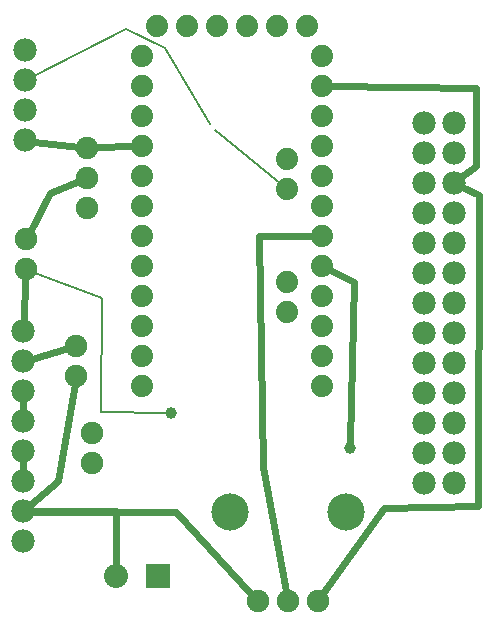
<source format=gbl>
G04 MADE WITH FRITZING*
G04 WWW.FRITZING.ORG*
G04 DOUBLE SIDED*
G04 HOLES PLATED*
G04 CONTOUR ON CENTER OF CONTOUR VECTOR*
%ASAXBY*%
%FSLAX23Y23*%
%MOIN*%
%OFA0B0*%
%SFA1.0B1.0*%
%ADD10C,0.074000*%
%ADD11C,0.078000*%
%ADD12C,0.074667*%
%ADD13C,0.074695*%
%ADD14C,0.124033*%
%ADD15C,0.075000*%
%ADD16C,0.039370*%
%ADD17C,0.080000*%
%ADD18R,0.080000X0.080000*%
%ADD19C,0.024000*%
%ADD20C,0.008000*%
%LNCOPPER0*%
G90*
G70*
G54D10*
X1098Y2093D03*
X998Y2093D03*
X898Y2093D03*
X798Y2093D03*
X698Y2093D03*
X598Y2093D03*
X1033Y1548D03*
X1033Y1648D03*
X1033Y1138D03*
X1033Y1238D03*
X1148Y1993D03*
X1148Y1893D03*
X1148Y1793D03*
X1148Y1693D03*
X1148Y1593D03*
X1148Y1493D03*
X1148Y1393D03*
X1148Y1293D03*
X1148Y1193D03*
X1148Y1093D03*
X1148Y993D03*
X1148Y893D03*
X548Y893D03*
X548Y993D03*
X548Y1093D03*
X548Y1193D03*
X548Y1293D03*
X548Y1393D03*
X548Y1493D03*
X548Y1593D03*
X548Y1693D03*
X548Y1793D03*
X548Y1893D03*
X548Y1993D03*
G54D11*
X159Y1711D03*
X159Y1811D03*
X159Y1911D03*
X159Y2011D03*
X159Y1711D03*
X159Y1811D03*
X159Y1911D03*
X159Y2011D03*
G54D12*
X1136Y176D03*
X1036Y176D03*
G54D13*
X936Y176D03*
G54D14*
X1230Y472D03*
X841Y472D03*
G54D12*
X1136Y176D03*
X1036Y176D03*
G54D13*
X936Y176D03*
G54D14*
X1230Y472D03*
X841Y472D03*
G54D15*
X366Y1687D03*
X366Y1587D03*
X366Y1487D03*
X329Y926D03*
X329Y1026D03*
X161Y1281D03*
X161Y1381D03*
X381Y735D03*
X381Y635D03*
G54D11*
X154Y1074D03*
X154Y974D03*
X154Y874D03*
X154Y774D03*
X154Y674D03*
X154Y574D03*
X154Y474D03*
X154Y374D03*
X1489Y1770D03*
X1489Y1670D03*
X1489Y1570D03*
X1489Y1470D03*
X1489Y1370D03*
X1489Y1270D03*
X1489Y1170D03*
X1489Y1070D03*
X1489Y970D03*
X1489Y870D03*
X1489Y770D03*
X1489Y670D03*
X1489Y570D03*
X1489Y1770D03*
X1489Y1670D03*
X1489Y1570D03*
X1489Y1470D03*
X1489Y1370D03*
X1489Y1270D03*
X1489Y1170D03*
X1489Y1070D03*
X1489Y970D03*
X1489Y870D03*
X1489Y770D03*
X1489Y670D03*
X1489Y570D03*
X1589Y570D03*
X1589Y670D03*
X1589Y770D03*
X1589Y870D03*
X1589Y970D03*
X1589Y1070D03*
X1589Y1170D03*
X1589Y1270D03*
X1589Y1370D03*
X1589Y1470D03*
X1589Y1570D03*
X1589Y1670D03*
X1589Y1770D03*
G54D16*
X1244Y686D03*
X646Y803D03*
G54D17*
X601Y260D03*
X464Y260D03*
G54D18*
X601Y260D03*
G54D19*
X938Y1393D02*
X1117Y1393D01*
D02*
X951Y623D02*
X938Y1393D01*
D02*
X1030Y208D02*
X951Y623D01*
D02*
X184Y473D02*
X662Y471D01*
D02*
X662Y471D02*
X914Y200D01*
D02*
X154Y604D02*
X154Y643D01*
D02*
X154Y843D02*
X154Y804D01*
D02*
X160Y1252D02*
X155Y1104D01*
D02*
X517Y1692D02*
X395Y1688D01*
D02*
X338Y1690D02*
X189Y1707D01*
D02*
X325Y898D02*
X268Y576D01*
D02*
X268Y576D02*
X177Y494D01*
D02*
X183Y982D02*
X302Y1018D01*
D02*
X175Y1406D02*
X244Y1537D01*
D02*
X244Y1537D02*
X339Y1576D01*
D02*
X1664Y1887D02*
X1180Y1893D01*
D02*
X1664Y1627D02*
X1664Y1887D01*
D02*
X1613Y1589D02*
X1664Y1627D01*
D02*
X1668Y492D02*
X1672Y1530D01*
D02*
X1672Y1530D02*
X1616Y1557D01*
D02*
X1357Y487D02*
X1668Y492D01*
D02*
X1154Y202D02*
X1357Y487D01*
D02*
X1244Y705D02*
X1257Y1238D01*
D02*
X1257Y1238D02*
X1176Y1279D01*
G54D20*
D02*
X626Y2020D02*
X775Y1765D01*
D02*
X496Y2082D02*
X626Y2020D01*
D02*
X181Y1922D02*
X496Y2082D01*
D02*
X417Y1187D02*
X183Y1273D01*
D02*
X632Y803D02*
X411Y807D01*
D02*
X411Y807D02*
X417Y1187D01*
D02*
X792Y1744D02*
X1014Y1564D01*
G54D19*
D02*
X184Y474D02*
X462Y476D01*
D02*
X462Y476D02*
X463Y292D01*
G04 End of Copper0*
M02*
</source>
